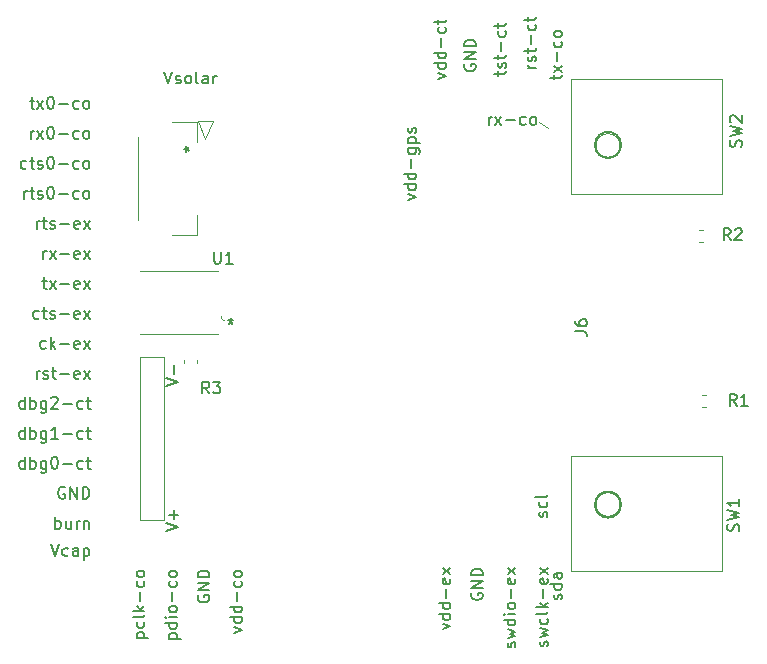
<source format=gto>
%TF.GenerationSoftware,KiCad,Pcbnew,5.1.10-88a1d61d58~88~ubuntu20.04.1*%
%TF.CreationDate,2021-08-03T13:57:49-04:00*%
%TF.ProjectId,ta-base,74612d62-6173-4652-9e6b-696361645f70,rev?*%
%TF.SameCoordinates,Original*%
%TF.FileFunction,Legend,Top*%
%TF.FilePolarity,Positive*%
%FSLAX46Y46*%
G04 Gerber Fmt 4.6, Leading zero omitted, Abs format (unit mm)*
G04 Created by KiCad (PCBNEW 5.1.10-88a1d61d58~88~ubuntu20.04.1) date 2021-08-03 13:57:49*
%MOMM*%
%LPD*%
G01*
G04 APERTURE LIST*
%ADD10C,0.120000*%
%ADD11C,0.150000*%
%ADD12C,0.200000*%
G04 APERTURE END LIST*
D10*
X145460811Y-111856733D02*
X146210811Y-112356733D01*
D11*
X146115572Y-145261494D02*
X146163191Y-145166256D01*
X146163191Y-144975780D01*
X146115572Y-144880542D01*
X146020334Y-144832923D01*
X145972715Y-144832923D01*
X145877477Y-144880542D01*
X145829858Y-144975780D01*
X145829858Y-145118637D01*
X145782239Y-145213875D01*
X145687001Y-145261494D01*
X145639382Y-145261494D01*
X145544144Y-145213875D01*
X145496525Y-145118637D01*
X145496525Y-144975780D01*
X145544144Y-144880542D01*
X146115572Y-143975780D02*
X146163191Y-144071018D01*
X146163191Y-144261494D01*
X146115572Y-144356733D01*
X146067953Y-144404352D01*
X145972715Y-144451971D01*
X145687001Y-144451971D01*
X145591763Y-144404352D01*
X145544144Y-144356733D01*
X145496525Y-144261494D01*
X145496525Y-144071018D01*
X145544144Y-143975780D01*
X146163191Y-143404352D02*
X146115572Y-143499590D01*
X146020334Y-143547209D01*
X145163191Y-143547209D01*
X147365572Y-152225780D02*
X147413191Y-152130542D01*
X147413191Y-151940066D01*
X147365572Y-151844828D01*
X147270334Y-151797209D01*
X147222715Y-151797209D01*
X147127477Y-151844828D01*
X147079858Y-151940066D01*
X147079858Y-152082923D01*
X147032239Y-152178161D01*
X146937001Y-152225780D01*
X146889382Y-152225780D01*
X146794144Y-152178161D01*
X146746525Y-152082923D01*
X146746525Y-151940066D01*
X146794144Y-151844828D01*
X147413191Y-150940066D02*
X146413191Y-150940066D01*
X147365572Y-150940066D02*
X147413191Y-151035304D01*
X147413191Y-151225780D01*
X147365572Y-151321018D01*
X147317953Y-151368637D01*
X147222715Y-151416256D01*
X146937001Y-151416256D01*
X146841763Y-151368637D01*
X146794144Y-151321018D01*
X146746525Y-151225780D01*
X146746525Y-151035304D01*
X146794144Y-150940066D01*
X147413191Y-150035304D02*
X146889382Y-150035304D01*
X146794144Y-150082923D01*
X146746525Y-150178161D01*
X146746525Y-150368637D01*
X146794144Y-150463875D01*
X147365572Y-150035304D02*
X147413191Y-150130542D01*
X147413191Y-150368637D01*
X147365572Y-150463875D01*
X147270334Y-150511494D01*
X147175096Y-150511494D01*
X147079858Y-150463875D01*
X147032239Y-150368637D01*
X147032239Y-150130542D01*
X146984620Y-150035304D01*
X141234620Y-112059113D02*
X141234620Y-111392447D01*
X141234620Y-111582923D02*
X141282239Y-111487685D01*
X141329858Y-111440066D01*
X141425096Y-111392447D01*
X141520334Y-111392447D01*
X141758430Y-112059113D02*
X142282239Y-111392447D01*
X141758430Y-111392447D02*
X142282239Y-112059113D01*
X142663191Y-111678161D02*
X143425096Y-111678161D01*
X144329858Y-112011494D02*
X144234620Y-112059113D01*
X144044144Y-112059113D01*
X143948906Y-112011494D01*
X143901287Y-111963875D01*
X143853668Y-111868637D01*
X143853668Y-111582923D01*
X143901287Y-111487685D01*
X143948906Y-111440066D01*
X144044144Y-111392447D01*
X144234620Y-111392447D01*
X144329858Y-111440066D01*
X144901287Y-112059113D02*
X144806049Y-112011494D01*
X144758430Y-111963875D01*
X144710811Y-111868637D01*
X144710811Y-111582923D01*
X144758430Y-111487685D01*
X144806049Y-111440066D01*
X144901287Y-111392447D01*
X145044144Y-111392447D01*
X145139382Y-111440066D01*
X145187001Y-111487685D01*
X145234620Y-111582923D01*
X145234620Y-111868637D01*
X145187001Y-111963875D01*
X145139382Y-112011494D01*
X145044144Y-112059113D01*
X144901287Y-112059113D01*
X146746525Y-108201971D02*
X146746525Y-107821018D01*
X146413191Y-108059113D02*
X147270334Y-108059113D01*
X147365572Y-108011494D01*
X147413191Y-107916256D01*
X147413191Y-107821018D01*
X147413191Y-107582923D02*
X146746525Y-107059113D01*
X146746525Y-107582923D02*
X147413191Y-107059113D01*
X147032239Y-106678161D02*
X147032239Y-105916256D01*
X147365572Y-105011494D02*
X147413191Y-105106733D01*
X147413191Y-105297209D01*
X147365572Y-105392447D01*
X147317953Y-105440066D01*
X147222715Y-105487685D01*
X146937001Y-105487685D01*
X146841763Y-105440066D01*
X146794144Y-105392447D01*
X146746525Y-105297209D01*
X146746525Y-105106733D01*
X146794144Y-105011494D01*
X147413191Y-104440066D02*
X147365572Y-104535304D01*
X147317953Y-104582923D01*
X147222715Y-104630542D01*
X146937001Y-104630542D01*
X146841763Y-104582923D01*
X146794144Y-104535304D01*
X146746525Y-104440066D01*
X146746525Y-104297209D01*
X146794144Y-104201971D01*
X146841763Y-104154352D01*
X146937001Y-104106733D01*
X147222715Y-104106733D01*
X147317953Y-104154352D01*
X147365572Y-104201971D01*
X147413191Y-104297209D01*
X147413191Y-104440066D01*
X145205191Y-107261971D02*
X144538525Y-107261971D01*
X144729001Y-107261971D02*
X144633763Y-107214352D01*
X144586144Y-107166733D01*
X144538525Y-107071494D01*
X144538525Y-106976256D01*
X145157572Y-106690542D02*
X145205191Y-106595304D01*
X145205191Y-106404828D01*
X145157572Y-106309590D01*
X145062334Y-106261971D01*
X145014715Y-106261971D01*
X144919477Y-106309590D01*
X144871858Y-106404828D01*
X144871858Y-106547685D01*
X144824239Y-106642923D01*
X144729001Y-106690542D01*
X144681382Y-106690542D01*
X144586144Y-106642923D01*
X144538525Y-106547685D01*
X144538525Y-106404828D01*
X144586144Y-106309590D01*
X144538525Y-105976256D02*
X144538525Y-105595304D01*
X144205191Y-105833399D02*
X145062334Y-105833399D01*
X145157572Y-105785780D01*
X145205191Y-105690542D01*
X145205191Y-105595304D01*
X144824239Y-105261971D02*
X144824239Y-104500066D01*
X145157572Y-103595304D02*
X145205191Y-103690542D01*
X145205191Y-103881018D01*
X145157572Y-103976256D01*
X145109953Y-104023875D01*
X145014715Y-104071494D01*
X144729001Y-104071494D01*
X144633763Y-104023875D01*
X144586144Y-103976256D01*
X144538525Y-103881018D01*
X144538525Y-103690542D01*
X144586144Y-103595304D01*
X144538525Y-103309590D02*
X144538525Y-102928637D01*
X144205191Y-103166733D02*
X145062334Y-103166733D01*
X145157572Y-103119113D01*
X145205191Y-103023875D01*
X145205191Y-102928637D01*
X141998525Y-107889018D02*
X141998525Y-107508066D01*
X141665191Y-107746161D02*
X142522334Y-107746161D01*
X142617572Y-107698542D01*
X142665191Y-107603304D01*
X142665191Y-107508066D01*
X142617572Y-107222352D02*
X142665191Y-107127113D01*
X142665191Y-106936637D01*
X142617572Y-106841399D01*
X142522334Y-106793780D01*
X142474715Y-106793780D01*
X142379477Y-106841399D01*
X142331858Y-106936637D01*
X142331858Y-107079494D01*
X142284239Y-107174733D01*
X142189001Y-107222352D01*
X142141382Y-107222352D01*
X142046144Y-107174733D01*
X141998525Y-107079494D01*
X141998525Y-106936637D01*
X142046144Y-106841399D01*
X141998525Y-106508066D02*
X141998525Y-106127113D01*
X141665191Y-106365209D02*
X142522334Y-106365209D01*
X142617572Y-106317590D01*
X142665191Y-106222352D01*
X142665191Y-106127113D01*
X142284239Y-105793780D02*
X142284239Y-105031875D01*
X142617572Y-104127113D02*
X142665191Y-104222352D01*
X142665191Y-104412828D01*
X142617572Y-104508066D01*
X142569953Y-104555685D01*
X142474715Y-104603304D01*
X142189001Y-104603304D01*
X142093763Y-104555685D01*
X142046144Y-104508066D01*
X141998525Y-104412828D01*
X141998525Y-104222352D01*
X142046144Y-104127113D01*
X141998525Y-103841399D02*
X141998525Y-103460447D01*
X141665191Y-103698542D02*
X142522334Y-103698542D01*
X142617572Y-103650923D01*
X142665191Y-103555685D01*
X142665191Y-103460447D01*
X139172811Y-106944637D02*
X139125191Y-107039875D01*
X139125191Y-107182733D01*
X139172811Y-107325590D01*
X139268049Y-107420828D01*
X139363287Y-107468447D01*
X139553763Y-107516066D01*
X139696620Y-107516066D01*
X139887096Y-107468447D01*
X139982334Y-107420828D01*
X140077572Y-107325590D01*
X140125191Y-107182733D01*
X140125191Y-107087494D01*
X140077572Y-106944637D01*
X140029953Y-106897018D01*
X139696620Y-106897018D01*
X139696620Y-107087494D01*
X140125191Y-106468447D02*
X139125191Y-106468447D01*
X140125191Y-105897018D01*
X139125191Y-105897018D01*
X140125191Y-105420828D02*
X139125191Y-105420828D01*
X139125191Y-105182733D01*
X139172811Y-105039875D01*
X139268049Y-104944637D01*
X139363287Y-104897018D01*
X139553763Y-104849399D01*
X139696620Y-104849399D01*
X139887096Y-104897018D01*
X139982334Y-104944637D01*
X140077572Y-105039875D01*
X140125191Y-105182733D01*
X140125191Y-105420828D01*
X136918525Y-108150923D02*
X137585191Y-107912828D01*
X136918525Y-107674733D01*
X137585191Y-106865209D02*
X136585191Y-106865209D01*
X137537572Y-106865209D02*
X137585191Y-106960447D01*
X137585191Y-107150923D01*
X137537572Y-107246161D01*
X137489953Y-107293780D01*
X137394715Y-107341399D01*
X137109001Y-107341399D01*
X137013763Y-107293780D01*
X136966144Y-107246161D01*
X136918525Y-107150923D01*
X136918525Y-106960447D01*
X136966144Y-106865209D01*
X137585191Y-105960447D02*
X136585191Y-105960447D01*
X137537572Y-105960447D02*
X137585191Y-106055685D01*
X137585191Y-106246161D01*
X137537572Y-106341399D01*
X137489953Y-106389018D01*
X137394715Y-106436637D01*
X137109001Y-106436637D01*
X137013763Y-106389018D01*
X136966144Y-106341399D01*
X136918525Y-106246161D01*
X136918525Y-106055685D01*
X136966144Y-105960447D01*
X137204239Y-105484256D02*
X137204239Y-104722352D01*
X137537572Y-103817590D02*
X137585191Y-103912828D01*
X137585191Y-104103304D01*
X137537572Y-104198542D01*
X137489953Y-104246161D01*
X137394715Y-104293780D01*
X137109001Y-104293780D01*
X137013763Y-104246161D01*
X136966144Y-104198542D01*
X136918525Y-104103304D01*
X136918525Y-103912828D01*
X136966144Y-103817590D01*
X136918525Y-103531875D02*
X136918525Y-103150923D01*
X136585191Y-103389018D02*
X137442334Y-103389018D01*
X137537572Y-103341399D01*
X137585191Y-103246161D01*
X137585191Y-103150923D01*
X134378525Y-118398161D02*
X135045191Y-118160066D01*
X134378525Y-117921971D01*
X135045191Y-117112447D02*
X134045191Y-117112447D01*
X134997572Y-117112447D02*
X135045191Y-117207685D01*
X135045191Y-117398161D01*
X134997572Y-117493399D01*
X134949953Y-117541018D01*
X134854715Y-117588637D01*
X134569001Y-117588637D01*
X134473763Y-117541018D01*
X134426144Y-117493399D01*
X134378525Y-117398161D01*
X134378525Y-117207685D01*
X134426144Y-117112447D01*
X135045191Y-116207685D02*
X134045191Y-116207685D01*
X134997572Y-116207685D02*
X135045191Y-116302923D01*
X135045191Y-116493399D01*
X134997572Y-116588637D01*
X134949953Y-116636256D01*
X134854715Y-116683875D01*
X134569001Y-116683875D01*
X134473763Y-116636256D01*
X134426144Y-116588637D01*
X134378525Y-116493399D01*
X134378525Y-116302923D01*
X134426144Y-116207685D01*
X134664239Y-115731494D02*
X134664239Y-114969590D01*
X134378525Y-114064828D02*
X135188049Y-114064828D01*
X135283287Y-114112447D01*
X135330906Y-114160066D01*
X135378525Y-114255304D01*
X135378525Y-114398161D01*
X135330906Y-114493399D01*
X134997572Y-114064828D02*
X135045191Y-114160066D01*
X135045191Y-114350542D01*
X134997572Y-114445780D01*
X134949953Y-114493399D01*
X134854715Y-114541018D01*
X134569001Y-114541018D01*
X134473763Y-114493399D01*
X134426144Y-114445780D01*
X134378525Y-114350542D01*
X134378525Y-114160066D01*
X134426144Y-114064828D01*
X134378525Y-113588637D02*
X135378525Y-113588637D01*
X134426144Y-113588637D02*
X134378525Y-113493399D01*
X134378525Y-113302923D01*
X134426144Y-113207685D01*
X134473763Y-113160066D01*
X134569001Y-113112447D01*
X134854715Y-113112447D01*
X134949953Y-113160066D01*
X134997572Y-113207685D01*
X135045191Y-113302923D01*
X135045191Y-113493399D01*
X134997572Y-113588637D01*
X134997572Y-112731494D02*
X135045191Y-112636256D01*
X135045191Y-112445780D01*
X134997572Y-112350542D01*
X134902334Y-112302923D01*
X134854715Y-112302923D01*
X134759477Y-112350542D01*
X134711858Y-112445780D01*
X134711858Y-112588637D01*
X134664239Y-112683875D01*
X134569001Y-112731494D01*
X134521382Y-112731494D01*
X134426144Y-112683875D01*
X134378525Y-112588637D01*
X134378525Y-112445780D01*
X134426144Y-112350542D01*
X113746525Y-107559113D02*
X114079858Y-108559113D01*
X114413191Y-107559113D01*
X114698906Y-108511494D02*
X114794144Y-108559113D01*
X114984620Y-108559113D01*
X115079858Y-108511494D01*
X115127477Y-108416256D01*
X115127477Y-108368637D01*
X115079858Y-108273399D01*
X114984620Y-108225780D01*
X114841763Y-108225780D01*
X114746525Y-108178161D01*
X114698906Y-108082923D01*
X114698906Y-108035304D01*
X114746525Y-107940066D01*
X114841763Y-107892447D01*
X114984620Y-107892447D01*
X115079858Y-107940066D01*
X115698906Y-108559113D02*
X115603668Y-108511494D01*
X115556049Y-108463875D01*
X115508430Y-108368637D01*
X115508430Y-108082923D01*
X115556049Y-107987685D01*
X115603668Y-107940066D01*
X115698906Y-107892447D01*
X115841763Y-107892447D01*
X115937001Y-107940066D01*
X115984620Y-107987685D01*
X116032239Y-108082923D01*
X116032239Y-108368637D01*
X115984620Y-108463875D01*
X115937001Y-108511494D01*
X115841763Y-108559113D01*
X115698906Y-108559113D01*
X116603668Y-108559113D02*
X116508430Y-108511494D01*
X116460811Y-108416256D01*
X116460811Y-107559113D01*
X117413191Y-108559113D02*
X117413191Y-108035304D01*
X117365572Y-107940066D01*
X117270334Y-107892447D01*
X117079858Y-107892447D01*
X116984620Y-107940066D01*
X117413191Y-108511494D02*
X117317953Y-108559113D01*
X117079858Y-108559113D01*
X116984620Y-108511494D01*
X116937001Y-108416256D01*
X116937001Y-108321018D01*
X116984620Y-108225780D01*
X117079858Y-108178161D01*
X117317953Y-108178161D01*
X117413191Y-108130542D01*
X117889382Y-108559113D02*
X117889382Y-107892447D01*
X117889382Y-108082923D02*
X117937001Y-107987685D01*
X117984620Y-107940066D01*
X118079858Y-107892447D01*
X118175096Y-107892447D01*
X137299525Y-154775875D02*
X137966191Y-154537779D01*
X137299525Y-154299684D01*
X137966191Y-153490160D02*
X136966191Y-153490160D01*
X137918572Y-153490160D02*
X137966191Y-153585398D01*
X137966191Y-153775875D01*
X137918572Y-153871113D01*
X137870953Y-153918732D01*
X137775715Y-153966351D01*
X137490001Y-153966351D01*
X137394763Y-153918732D01*
X137347144Y-153871113D01*
X137299525Y-153775875D01*
X137299525Y-153585398D01*
X137347144Y-153490160D01*
X137966191Y-152585398D02*
X136966191Y-152585398D01*
X137918572Y-152585398D02*
X137966191Y-152680637D01*
X137966191Y-152871113D01*
X137918572Y-152966351D01*
X137870953Y-153013970D01*
X137775715Y-153061589D01*
X137490001Y-153061589D01*
X137394763Y-153013970D01*
X137347144Y-152966351D01*
X137299525Y-152871113D01*
X137299525Y-152680637D01*
X137347144Y-152585398D01*
X137585239Y-152109208D02*
X137585239Y-151347303D01*
X137918572Y-150490160D02*
X137966191Y-150585398D01*
X137966191Y-150775875D01*
X137918572Y-150871113D01*
X137823334Y-150918732D01*
X137442382Y-150918732D01*
X137347144Y-150871113D01*
X137299525Y-150775875D01*
X137299525Y-150585398D01*
X137347144Y-150490160D01*
X137442382Y-150442541D01*
X137537620Y-150442541D01*
X137632858Y-150918732D01*
X137966191Y-150109208D02*
X137299525Y-149585398D01*
X137299525Y-150109208D02*
X137966191Y-149585398D01*
X143421904Y-156299685D02*
X143469523Y-156204447D01*
X143469523Y-156013971D01*
X143421904Y-155918732D01*
X143326666Y-155871113D01*
X143279047Y-155871113D01*
X143183809Y-155918732D01*
X143136190Y-156013971D01*
X143136190Y-156156828D01*
X143088571Y-156252066D01*
X142993333Y-156299685D01*
X142945714Y-156299685D01*
X142850476Y-156252066D01*
X142802857Y-156156828D01*
X142802857Y-156013971D01*
X142850476Y-155918732D01*
X142802857Y-155537780D02*
X143469523Y-155347304D01*
X142993333Y-155156828D01*
X143469523Y-154966352D01*
X142802857Y-154775875D01*
X143469523Y-153966352D02*
X142469523Y-153966352D01*
X143421904Y-153966352D02*
X143469523Y-154061590D01*
X143469523Y-154252066D01*
X143421904Y-154347304D01*
X143374285Y-154394923D01*
X143279047Y-154442542D01*
X142993333Y-154442542D01*
X142898095Y-154394923D01*
X142850476Y-154347304D01*
X142802857Y-154252066D01*
X142802857Y-154061590D01*
X142850476Y-153966352D01*
X143469523Y-153490161D02*
X142802857Y-153490161D01*
X142469523Y-153490161D02*
X142517143Y-153537780D01*
X142564762Y-153490161D01*
X142517143Y-153442542D01*
X142469523Y-153490161D01*
X142564762Y-153490161D01*
X143469523Y-152871113D02*
X143421904Y-152966352D01*
X143374285Y-153013971D01*
X143279047Y-153061590D01*
X142993333Y-153061590D01*
X142898095Y-153013971D01*
X142850476Y-152966352D01*
X142802857Y-152871113D01*
X142802857Y-152728256D01*
X142850476Y-152633018D01*
X142898095Y-152585399D01*
X142993333Y-152537780D01*
X143279047Y-152537780D01*
X143374285Y-152585399D01*
X143421904Y-152633018D01*
X143469523Y-152728256D01*
X143469523Y-152871113D01*
X143088571Y-152109209D02*
X143088571Y-151347304D01*
X143421904Y-150490161D02*
X143469523Y-150585399D01*
X143469523Y-150775875D01*
X143421904Y-150871113D01*
X143326666Y-150918732D01*
X142945714Y-150918732D01*
X142850476Y-150871113D01*
X142802857Y-150775875D01*
X142802857Y-150585399D01*
X142850476Y-150490161D01*
X142945714Y-150442542D01*
X143040952Y-150442542D01*
X143136190Y-150918732D01*
X143469523Y-150109209D02*
X142802857Y-149585399D01*
X142802857Y-150109209D02*
X143469523Y-149585399D01*
X139765477Y-151728256D02*
X139717857Y-151823494D01*
X139717857Y-151966352D01*
X139765477Y-152109209D01*
X139860715Y-152204447D01*
X139955953Y-152252066D01*
X140146429Y-152299685D01*
X140289286Y-152299685D01*
X140479762Y-152252066D01*
X140575000Y-152204447D01*
X140670238Y-152109209D01*
X140717857Y-151966352D01*
X140717857Y-151871113D01*
X140670238Y-151728256D01*
X140622619Y-151680637D01*
X140289286Y-151680637D01*
X140289286Y-151871113D01*
X140717857Y-151252066D02*
X139717857Y-151252066D01*
X140717857Y-150680637D01*
X139717857Y-150680637D01*
X140717857Y-150204447D02*
X139717857Y-150204447D01*
X139717857Y-149966352D01*
X139765477Y-149823494D01*
X139860715Y-149728256D01*
X139955953Y-149680637D01*
X140146429Y-149633018D01*
X140289286Y-149633018D01*
X140479762Y-149680637D01*
X140575000Y-149728256D01*
X140670238Y-149823494D01*
X140717857Y-149966352D01*
X140717857Y-150204447D01*
X146173572Y-156204447D02*
X146221191Y-156109209D01*
X146221191Y-155918733D01*
X146173572Y-155823494D01*
X146078334Y-155775875D01*
X146030715Y-155775875D01*
X145935477Y-155823494D01*
X145887858Y-155918733D01*
X145887858Y-156061590D01*
X145840239Y-156156828D01*
X145745001Y-156204447D01*
X145697382Y-156204447D01*
X145602144Y-156156828D01*
X145554525Y-156061590D01*
X145554525Y-155918733D01*
X145602144Y-155823494D01*
X145554525Y-155442542D02*
X146221191Y-155252066D01*
X145745001Y-155061590D01*
X146221191Y-154871113D01*
X145554525Y-154680637D01*
X146173572Y-153871113D02*
X146221191Y-153966352D01*
X146221191Y-154156828D01*
X146173572Y-154252066D01*
X146125953Y-154299685D01*
X146030715Y-154347304D01*
X145745001Y-154347304D01*
X145649763Y-154299685D01*
X145602144Y-154252066D01*
X145554525Y-154156828D01*
X145554525Y-153966352D01*
X145602144Y-153871113D01*
X146221191Y-153299685D02*
X146173572Y-153394923D01*
X146078334Y-153442542D01*
X145221191Y-153442542D01*
X146221191Y-152918733D02*
X145221191Y-152918733D01*
X145840239Y-152823494D02*
X146221191Y-152537780D01*
X145554525Y-152537780D02*
X145935477Y-152918733D01*
X145840239Y-152109209D02*
X145840239Y-151347304D01*
X146173572Y-150490161D02*
X146221191Y-150585399D01*
X146221191Y-150775875D01*
X146173572Y-150871113D01*
X146078334Y-150918733D01*
X145697382Y-150918733D01*
X145602144Y-150871113D01*
X145554525Y-150775875D01*
X145554525Y-150585399D01*
X145602144Y-150490161D01*
X145697382Y-150442542D01*
X145792620Y-150442542D01*
X145887858Y-150918733D01*
X146221191Y-150109209D02*
X145554525Y-149585399D01*
X145554525Y-150109209D02*
X146221191Y-149585399D01*
X119646525Y-155053590D02*
X120313191Y-154815494D01*
X119646525Y-154577399D01*
X120313191Y-153767875D02*
X119313191Y-153767875D01*
X120265572Y-153767875D02*
X120313191Y-153863113D01*
X120313191Y-154053590D01*
X120265572Y-154148828D01*
X120217953Y-154196447D01*
X120122715Y-154244066D01*
X119837001Y-154244066D01*
X119741763Y-154196447D01*
X119694144Y-154148828D01*
X119646525Y-154053590D01*
X119646525Y-153863113D01*
X119694144Y-153767875D01*
X120313191Y-152863113D02*
X119313191Y-152863113D01*
X120265572Y-152863113D02*
X120313191Y-152958352D01*
X120313191Y-153148828D01*
X120265572Y-153244066D01*
X120217953Y-153291685D01*
X120122715Y-153339304D01*
X119837001Y-153339304D01*
X119741763Y-153291685D01*
X119694144Y-153244066D01*
X119646525Y-153148828D01*
X119646525Y-152958352D01*
X119694144Y-152863113D01*
X119932239Y-152386923D02*
X119932239Y-151625018D01*
X120265572Y-150720256D02*
X120313191Y-150815494D01*
X120313191Y-151005971D01*
X120265572Y-151101209D01*
X120217953Y-151148828D01*
X120122715Y-151196447D01*
X119837001Y-151196447D01*
X119741763Y-151148828D01*
X119694144Y-151101209D01*
X119646525Y-151005971D01*
X119646525Y-150815494D01*
X119694144Y-150720256D01*
X120313191Y-150148828D02*
X120265572Y-150244066D01*
X120217953Y-150291685D01*
X120122715Y-150339304D01*
X119837001Y-150339304D01*
X119741763Y-150291685D01*
X119694144Y-150244066D01*
X119646525Y-150148828D01*
X119646525Y-150005971D01*
X119694144Y-149910733D01*
X119741763Y-149863113D01*
X119837001Y-149815494D01*
X120122715Y-149815494D01*
X120217953Y-149863113D01*
X120265572Y-149910733D01*
X120313191Y-150005971D01*
X120313191Y-150148828D01*
X116609143Y-151910732D02*
X116561523Y-152005970D01*
X116561523Y-152148828D01*
X116609143Y-152291685D01*
X116704381Y-152386923D01*
X116799619Y-152434542D01*
X116990095Y-152482161D01*
X117132952Y-152482161D01*
X117323428Y-152434542D01*
X117418666Y-152386923D01*
X117513904Y-152291685D01*
X117561523Y-152148828D01*
X117561523Y-152053589D01*
X117513904Y-151910732D01*
X117466285Y-151863113D01*
X117132952Y-151863113D01*
X117132952Y-152053589D01*
X117561523Y-151434542D02*
X116561523Y-151434542D01*
X117561523Y-150863113D01*
X116561523Y-150863113D01*
X117561523Y-150386923D02*
X116561523Y-150386923D01*
X116561523Y-150148828D01*
X116609143Y-150005970D01*
X116704381Y-149910732D01*
X116799619Y-149863113D01*
X116990095Y-149815494D01*
X117132952Y-149815494D01*
X117323428Y-149863113D01*
X117418666Y-149910732D01*
X117513904Y-150005970D01*
X117561523Y-150148828D01*
X117561523Y-150386923D01*
X114143191Y-155577398D02*
X115143191Y-155577398D01*
X114190810Y-155577398D02*
X114143191Y-155482160D01*
X114143191Y-155291684D01*
X114190810Y-155196446D01*
X114238429Y-155148827D01*
X114333667Y-155101208D01*
X114619381Y-155101208D01*
X114714619Y-155148827D01*
X114762238Y-155196446D01*
X114809857Y-155291684D01*
X114809857Y-155482160D01*
X114762238Y-155577398D01*
X114809857Y-154244065D02*
X113809857Y-154244065D01*
X114762238Y-154244065D02*
X114809857Y-154339303D01*
X114809857Y-154529779D01*
X114762238Y-154625017D01*
X114714619Y-154672636D01*
X114619381Y-154720256D01*
X114333667Y-154720256D01*
X114238429Y-154672636D01*
X114190810Y-154625017D01*
X114143191Y-154529779D01*
X114143191Y-154339303D01*
X114190810Y-154244065D01*
X114809857Y-153767875D02*
X114143191Y-153767875D01*
X113809857Y-153767875D02*
X113857477Y-153815494D01*
X113905096Y-153767875D01*
X113857477Y-153720256D01*
X113809857Y-153767875D01*
X113905096Y-153767875D01*
X114809857Y-153148827D02*
X114762238Y-153244065D01*
X114714619Y-153291684D01*
X114619381Y-153339303D01*
X114333667Y-153339303D01*
X114238429Y-153291684D01*
X114190810Y-153244065D01*
X114143191Y-153148827D01*
X114143191Y-153005970D01*
X114190810Y-152910732D01*
X114238429Y-152863113D01*
X114333667Y-152815494D01*
X114619381Y-152815494D01*
X114714619Y-152863113D01*
X114762238Y-152910732D01*
X114809857Y-153005970D01*
X114809857Y-153148827D01*
X114428905Y-152386922D02*
X114428905Y-151625017D01*
X114762238Y-150720256D02*
X114809857Y-150815494D01*
X114809857Y-151005970D01*
X114762238Y-151101208D01*
X114714619Y-151148827D01*
X114619381Y-151196446D01*
X114333667Y-151196446D01*
X114238429Y-151148827D01*
X114190810Y-151101208D01*
X114143191Y-151005970D01*
X114143191Y-150815494D01*
X114190810Y-150720256D01*
X114809857Y-150148827D02*
X114762238Y-150244065D01*
X114714619Y-150291684D01*
X114619381Y-150339303D01*
X114333667Y-150339303D01*
X114238429Y-150291684D01*
X114190810Y-150244065D01*
X114143191Y-150148827D01*
X114143191Y-150005970D01*
X114190810Y-149910732D01*
X114238429Y-149863113D01*
X114333667Y-149815494D01*
X114619381Y-149815494D01*
X114714619Y-149863113D01*
X114762238Y-149910732D01*
X114809857Y-150005970D01*
X114809857Y-150148827D01*
X111391525Y-155482160D02*
X112391525Y-155482160D01*
X111439144Y-155482160D02*
X111391525Y-155386922D01*
X111391525Y-155196446D01*
X111439144Y-155101208D01*
X111486763Y-155053589D01*
X111582001Y-155005970D01*
X111867715Y-155005970D01*
X111962953Y-155053589D01*
X112010572Y-155101208D01*
X112058191Y-155196446D01*
X112058191Y-155386922D01*
X112010572Y-155482160D01*
X112010572Y-154148827D02*
X112058191Y-154244065D01*
X112058191Y-154434541D01*
X112010572Y-154529779D01*
X111962953Y-154577398D01*
X111867715Y-154625017D01*
X111582001Y-154625017D01*
X111486763Y-154577398D01*
X111439144Y-154529779D01*
X111391525Y-154434541D01*
X111391525Y-154244065D01*
X111439144Y-154148827D01*
X112058191Y-153577398D02*
X112010572Y-153672637D01*
X111915334Y-153720256D01*
X111058191Y-153720256D01*
X112058191Y-153196446D02*
X111058191Y-153196446D01*
X111677239Y-153101208D02*
X112058191Y-152815494D01*
X111391525Y-152815494D02*
X111772477Y-153196446D01*
X111677239Y-152386922D02*
X111677239Y-151625017D01*
X112010572Y-150720256D02*
X112058191Y-150815494D01*
X112058191Y-151005970D01*
X112010572Y-151101208D01*
X111962953Y-151148827D01*
X111867715Y-151196446D01*
X111582001Y-151196446D01*
X111486763Y-151148827D01*
X111439144Y-151101208D01*
X111391525Y-151005970D01*
X111391525Y-150815494D01*
X111439144Y-150720256D01*
X112058191Y-150148827D02*
X112010572Y-150244065D01*
X111962953Y-150291684D01*
X111867715Y-150339303D01*
X111582001Y-150339303D01*
X111486763Y-150291684D01*
X111439144Y-150244065D01*
X111391525Y-150148827D01*
X111391525Y-150005970D01*
X111439144Y-149910732D01*
X111486763Y-149863113D01*
X111582001Y-149815494D01*
X111867715Y-149815494D01*
X111962953Y-149863113D01*
X112010572Y-149910732D01*
X112058191Y-150005970D01*
X112058191Y-150148827D01*
X103120811Y-128431494D02*
X103025573Y-128479113D01*
X102835096Y-128479113D01*
X102739858Y-128431494D01*
X102692239Y-128383875D01*
X102644620Y-128288637D01*
X102644620Y-128002923D01*
X102692239Y-127907685D01*
X102739858Y-127860066D01*
X102835096Y-127812447D01*
X103025573Y-127812447D01*
X103120811Y-127860066D01*
X103406525Y-127812447D02*
X103787477Y-127812447D01*
X103549382Y-127479113D02*
X103549382Y-128336256D01*
X103597001Y-128431494D01*
X103692239Y-128479113D01*
X103787477Y-128479113D01*
X104073192Y-128431494D02*
X104168430Y-128479113D01*
X104358906Y-128479113D01*
X104454144Y-128431494D01*
X104501763Y-128336256D01*
X104501763Y-128288637D01*
X104454144Y-128193399D01*
X104358906Y-128145780D01*
X104216049Y-128145780D01*
X104120811Y-128098161D01*
X104073192Y-128002923D01*
X104073192Y-127955304D01*
X104120811Y-127860066D01*
X104216049Y-127812447D01*
X104358906Y-127812447D01*
X104454144Y-127860066D01*
X104930334Y-128098161D02*
X105692239Y-128098161D01*
X106549382Y-128431494D02*
X106454144Y-128479113D01*
X106263668Y-128479113D01*
X106168430Y-128431494D01*
X106120811Y-128336256D01*
X106120811Y-127955304D01*
X106168430Y-127860066D01*
X106263668Y-127812447D01*
X106454144Y-127812447D01*
X106549382Y-127860066D01*
X106597001Y-127955304D01*
X106597001Y-128050542D01*
X106120811Y-128145780D01*
X106930334Y-128479113D02*
X107454144Y-127812447D01*
X106930334Y-127812447D02*
X107454144Y-128479113D01*
X102454145Y-113239113D02*
X102454145Y-112572447D01*
X102454145Y-112762923D02*
X102501764Y-112667685D01*
X102549383Y-112620066D01*
X102644621Y-112572447D01*
X102739859Y-112572447D01*
X102977954Y-113239113D02*
X103501764Y-112572447D01*
X102977954Y-112572447D02*
X103501764Y-113239113D01*
X104073192Y-112239113D02*
X104168430Y-112239113D01*
X104263668Y-112286733D01*
X104311287Y-112334352D01*
X104358906Y-112429590D01*
X104406526Y-112620066D01*
X104406526Y-112858161D01*
X104358906Y-113048637D01*
X104311287Y-113143875D01*
X104263668Y-113191494D01*
X104168430Y-113239113D01*
X104073192Y-113239113D01*
X103977954Y-113191494D01*
X103930335Y-113143875D01*
X103882716Y-113048637D01*
X103835097Y-112858161D01*
X103835097Y-112620066D01*
X103882716Y-112429590D01*
X103930335Y-112334352D01*
X103977954Y-112286733D01*
X104073192Y-112239113D01*
X104835097Y-112858161D02*
X105597002Y-112858161D01*
X106501764Y-113191494D02*
X106406526Y-113239113D01*
X106216049Y-113239113D01*
X106120811Y-113191494D01*
X106073192Y-113143875D01*
X106025573Y-113048637D01*
X106025573Y-112762923D01*
X106073192Y-112667685D01*
X106120811Y-112620066D01*
X106216049Y-112572447D01*
X106406526Y-112572447D01*
X106501764Y-112620066D01*
X107073192Y-113239113D02*
X106977954Y-113191494D01*
X106930335Y-113143875D01*
X106882716Y-113048637D01*
X106882716Y-112762923D01*
X106930335Y-112667685D01*
X106977954Y-112620066D01*
X107073192Y-112572447D01*
X107216049Y-112572447D01*
X107311287Y-112620066D01*
X107358906Y-112667685D01*
X107406526Y-112762923D01*
X107406526Y-113048637D01*
X107358906Y-113143875D01*
X107311287Y-113191494D01*
X107216049Y-113239113D01*
X107073192Y-113239113D01*
X102358906Y-110032447D02*
X102739858Y-110032447D01*
X102501763Y-109699113D02*
X102501763Y-110556256D01*
X102549382Y-110651494D01*
X102644620Y-110699113D01*
X102739858Y-110699113D01*
X102977954Y-110699113D02*
X103501763Y-110032447D01*
X102977954Y-110032447D02*
X103501763Y-110699113D01*
X104073192Y-109699113D02*
X104168430Y-109699113D01*
X104263668Y-109746733D01*
X104311287Y-109794352D01*
X104358906Y-109889590D01*
X104406525Y-110080066D01*
X104406525Y-110318161D01*
X104358906Y-110508637D01*
X104311287Y-110603875D01*
X104263668Y-110651494D01*
X104168430Y-110699113D01*
X104073192Y-110699113D01*
X103977954Y-110651494D01*
X103930335Y-110603875D01*
X103882715Y-110508637D01*
X103835096Y-110318161D01*
X103835096Y-110080066D01*
X103882715Y-109889590D01*
X103930335Y-109794352D01*
X103977954Y-109746733D01*
X104073192Y-109699113D01*
X104835096Y-110318161D02*
X105597001Y-110318161D01*
X106501763Y-110651494D02*
X106406525Y-110699113D01*
X106216049Y-110699113D01*
X106120811Y-110651494D01*
X106073192Y-110603875D01*
X106025573Y-110508637D01*
X106025573Y-110222923D01*
X106073192Y-110127685D01*
X106120811Y-110080066D01*
X106216049Y-110032447D01*
X106406525Y-110032447D01*
X106501763Y-110080066D01*
X107073192Y-110699113D02*
X106977954Y-110651494D01*
X106930335Y-110603875D01*
X106882715Y-110508637D01*
X106882715Y-110222923D01*
X106930335Y-110127685D01*
X106977954Y-110080066D01*
X107073192Y-110032447D01*
X107216049Y-110032447D01*
X107311287Y-110080066D01*
X107358906Y-110127685D01*
X107406525Y-110222923D01*
X107406525Y-110508637D01*
X107358906Y-110603875D01*
X107311287Y-110651494D01*
X107216049Y-110699113D01*
X107073192Y-110699113D01*
X102073192Y-115731494D02*
X101977954Y-115779113D01*
X101787478Y-115779113D01*
X101692240Y-115731494D01*
X101644621Y-115683875D01*
X101597002Y-115588637D01*
X101597002Y-115302923D01*
X101644621Y-115207685D01*
X101692240Y-115160066D01*
X101787478Y-115112447D01*
X101977954Y-115112447D01*
X102073192Y-115160066D01*
X102358906Y-115112447D02*
X102739859Y-115112447D01*
X102501764Y-114779113D02*
X102501764Y-115636256D01*
X102549383Y-115731494D01*
X102644621Y-115779113D01*
X102739859Y-115779113D01*
X103025573Y-115731494D02*
X103120811Y-115779113D01*
X103311287Y-115779113D01*
X103406525Y-115731494D01*
X103454144Y-115636256D01*
X103454144Y-115588637D01*
X103406525Y-115493399D01*
X103311287Y-115445780D01*
X103168430Y-115445780D01*
X103073192Y-115398161D01*
X103025573Y-115302923D01*
X103025573Y-115255304D01*
X103073192Y-115160066D01*
X103168430Y-115112447D01*
X103311287Y-115112447D01*
X103406525Y-115160066D01*
X104073192Y-114779113D02*
X104168430Y-114779113D01*
X104263668Y-114826733D01*
X104311287Y-114874352D01*
X104358906Y-114969590D01*
X104406525Y-115160066D01*
X104406525Y-115398161D01*
X104358906Y-115588637D01*
X104311287Y-115683875D01*
X104263668Y-115731494D01*
X104168430Y-115779113D01*
X104073192Y-115779113D01*
X103977954Y-115731494D01*
X103930335Y-115683875D01*
X103882716Y-115588637D01*
X103835097Y-115398161D01*
X103835097Y-115160066D01*
X103882716Y-114969590D01*
X103930335Y-114874352D01*
X103977954Y-114826733D01*
X104073192Y-114779113D01*
X104835097Y-115398161D02*
X105597002Y-115398161D01*
X106501764Y-115731494D02*
X106406525Y-115779113D01*
X106216049Y-115779113D01*
X106120811Y-115731494D01*
X106073192Y-115683875D01*
X106025573Y-115588637D01*
X106025573Y-115302923D01*
X106073192Y-115207685D01*
X106120811Y-115160066D01*
X106216049Y-115112447D01*
X106406525Y-115112447D01*
X106501764Y-115160066D01*
X107073192Y-115779113D02*
X106977954Y-115731494D01*
X106930335Y-115683875D01*
X106882716Y-115588637D01*
X106882716Y-115302923D01*
X106930335Y-115207685D01*
X106977954Y-115160066D01*
X107073192Y-115112447D01*
X107216049Y-115112447D01*
X107311287Y-115160066D01*
X107358906Y-115207685D01*
X107406525Y-115302923D01*
X107406525Y-115588637D01*
X107358906Y-115683875D01*
X107311287Y-115731494D01*
X107216049Y-115779113D01*
X107073192Y-115779113D01*
X101882715Y-118319113D02*
X101882715Y-117652447D01*
X101882715Y-117842923D02*
X101930334Y-117747685D01*
X101977953Y-117700066D01*
X102073191Y-117652447D01*
X102168430Y-117652447D01*
X102358906Y-117652447D02*
X102739858Y-117652447D01*
X102501763Y-117319113D02*
X102501763Y-118176256D01*
X102549382Y-118271494D01*
X102644620Y-118319113D01*
X102739858Y-118319113D01*
X103025572Y-118271494D02*
X103120811Y-118319113D01*
X103311287Y-118319113D01*
X103406525Y-118271494D01*
X103454144Y-118176256D01*
X103454144Y-118128637D01*
X103406525Y-118033399D01*
X103311287Y-117985780D01*
X103168430Y-117985780D01*
X103073191Y-117938161D01*
X103025572Y-117842923D01*
X103025572Y-117795304D01*
X103073191Y-117700066D01*
X103168430Y-117652447D01*
X103311287Y-117652447D01*
X103406525Y-117700066D01*
X104073191Y-117319113D02*
X104168430Y-117319113D01*
X104263668Y-117366733D01*
X104311287Y-117414352D01*
X104358906Y-117509590D01*
X104406525Y-117700066D01*
X104406525Y-117938161D01*
X104358906Y-118128637D01*
X104311287Y-118223875D01*
X104263668Y-118271494D01*
X104168430Y-118319113D01*
X104073191Y-118319113D01*
X103977953Y-118271494D01*
X103930334Y-118223875D01*
X103882715Y-118128637D01*
X103835096Y-117938161D01*
X103835096Y-117700066D01*
X103882715Y-117509590D01*
X103930334Y-117414352D01*
X103977953Y-117366733D01*
X104073191Y-117319113D01*
X104835096Y-117938161D02*
X105597001Y-117938161D01*
X106501763Y-118271494D02*
X106406525Y-118319113D01*
X106216049Y-118319113D01*
X106120811Y-118271494D01*
X106073191Y-118223875D01*
X106025572Y-118128637D01*
X106025572Y-117842923D01*
X106073191Y-117747685D01*
X106120811Y-117700066D01*
X106216049Y-117652447D01*
X106406525Y-117652447D01*
X106501763Y-117700066D01*
X107073191Y-118319113D02*
X106977953Y-118271494D01*
X106930334Y-118223875D01*
X106882715Y-118128637D01*
X106882715Y-117842923D01*
X106930334Y-117747685D01*
X106977953Y-117700066D01*
X107073191Y-117652447D01*
X107216049Y-117652447D01*
X107311287Y-117700066D01*
X107358906Y-117747685D01*
X107406525Y-117842923D01*
X107406525Y-118128637D01*
X107358906Y-118223875D01*
X107311287Y-118271494D01*
X107216049Y-118319113D01*
X107073191Y-118319113D01*
X102930335Y-120859113D02*
X102930335Y-120192447D01*
X102930335Y-120382923D02*
X102977954Y-120287685D01*
X103025573Y-120240066D01*
X103120811Y-120192447D01*
X103216049Y-120192447D01*
X103406525Y-120192447D02*
X103787478Y-120192447D01*
X103549382Y-119859113D02*
X103549382Y-120716256D01*
X103597001Y-120811494D01*
X103692240Y-120859113D01*
X103787478Y-120859113D01*
X104073192Y-120811494D02*
X104168430Y-120859113D01*
X104358906Y-120859113D01*
X104454144Y-120811494D01*
X104501763Y-120716256D01*
X104501763Y-120668637D01*
X104454144Y-120573399D01*
X104358906Y-120525780D01*
X104216049Y-120525780D01*
X104120811Y-120478161D01*
X104073192Y-120382923D01*
X104073192Y-120335304D01*
X104120811Y-120240066D01*
X104216049Y-120192447D01*
X104358906Y-120192447D01*
X104454144Y-120240066D01*
X104930335Y-120478161D02*
X105692240Y-120478161D01*
X106549382Y-120811494D02*
X106454144Y-120859113D01*
X106263668Y-120859113D01*
X106168430Y-120811494D01*
X106120811Y-120716256D01*
X106120811Y-120335304D01*
X106168430Y-120240066D01*
X106263668Y-120192447D01*
X106454144Y-120192447D01*
X106549382Y-120240066D01*
X106597001Y-120335304D01*
X106597001Y-120430542D01*
X106120811Y-120525780D01*
X106930335Y-120859113D02*
X107454144Y-120192447D01*
X106930335Y-120192447D02*
X107454144Y-120859113D01*
X103501763Y-123399113D02*
X103501763Y-122732447D01*
X103501763Y-122922923D02*
X103549382Y-122827685D01*
X103597001Y-122780066D01*
X103692239Y-122732447D01*
X103787477Y-122732447D01*
X104025573Y-123399113D02*
X104549382Y-122732447D01*
X104025573Y-122732447D02*
X104549382Y-123399113D01*
X104930335Y-123018161D02*
X105692239Y-123018161D01*
X106549382Y-123351494D02*
X106454144Y-123399113D01*
X106263668Y-123399113D01*
X106168430Y-123351494D01*
X106120811Y-123256256D01*
X106120811Y-122875304D01*
X106168430Y-122780066D01*
X106263668Y-122732447D01*
X106454144Y-122732447D01*
X106549382Y-122780066D01*
X106597001Y-122875304D01*
X106597001Y-122970542D01*
X106120811Y-123065780D01*
X106930335Y-123399113D02*
X107454144Y-122732447D01*
X106930335Y-122732447D02*
X107454144Y-123399113D01*
X103406525Y-125272447D02*
X103787478Y-125272447D01*
X103549383Y-124939113D02*
X103549383Y-125796256D01*
X103597002Y-125891494D01*
X103692240Y-125939113D01*
X103787478Y-125939113D01*
X104025573Y-125939113D02*
X104549383Y-125272447D01*
X104025573Y-125272447D02*
X104549383Y-125939113D01*
X104930335Y-125558161D02*
X105692240Y-125558161D01*
X106549383Y-125891494D02*
X106454145Y-125939113D01*
X106263668Y-125939113D01*
X106168430Y-125891494D01*
X106120811Y-125796256D01*
X106120811Y-125415304D01*
X106168430Y-125320066D01*
X106263668Y-125272447D01*
X106454145Y-125272447D01*
X106549383Y-125320066D01*
X106597002Y-125415304D01*
X106597002Y-125510542D01*
X106120811Y-125605780D01*
X106930335Y-125939113D02*
X107454145Y-125272447D01*
X106930335Y-125272447D02*
X107454145Y-125939113D01*
X103692239Y-130971494D02*
X103597001Y-131019113D01*
X103406525Y-131019113D01*
X103311287Y-130971494D01*
X103263667Y-130923875D01*
X103216048Y-130828637D01*
X103216048Y-130542923D01*
X103263667Y-130447685D01*
X103311287Y-130400066D01*
X103406525Y-130352447D01*
X103597001Y-130352447D01*
X103692239Y-130400066D01*
X104120810Y-131019113D02*
X104120810Y-130019113D01*
X104216048Y-130638161D02*
X104501763Y-131019113D01*
X104501763Y-130352447D02*
X104120810Y-130733399D01*
X104930334Y-130638161D02*
X105692239Y-130638161D01*
X106549382Y-130971494D02*
X106454144Y-131019113D01*
X106263667Y-131019113D01*
X106168429Y-130971494D01*
X106120810Y-130876256D01*
X106120810Y-130495304D01*
X106168429Y-130400066D01*
X106263667Y-130352447D01*
X106454144Y-130352447D01*
X106549382Y-130400066D01*
X106597001Y-130495304D01*
X106597001Y-130590542D01*
X106120810Y-130685780D01*
X106930334Y-131019113D02*
X107454144Y-130352447D01*
X106930334Y-130352447D02*
X107454144Y-131019113D01*
X102930335Y-133559113D02*
X102930335Y-132892447D01*
X102930335Y-133082923D02*
X102977954Y-132987685D01*
X103025573Y-132940066D01*
X103120811Y-132892447D01*
X103216049Y-132892447D01*
X103501763Y-133511494D02*
X103597001Y-133559113D01*
X103787478Y-133559113D01*
X103882716Y-133511494D01*
X103930335Y-133416256D01*
X103930335Y-133368637D01*
X103882716Y-133273399D01*
X103787478Y-133225780D01*
X103644621Y-133225780D01*
X103549382Y-133178161D01*
X103501763Y-133082923D01*
X103501763Y-133035304D01*
X103549382Y-132940066D01*
X103644621Y-132892447D01*
X103787478Y-132892447D01*
X103882716Y-132940066D01*
X104216049Y-132892447D02*
X104597001Y-132892447D01*
X104358906Y-132559113D02*
X104358906Y-133416256D01*
X104406525Y-133511494D01*
X104501763Y-133559113D01*
X104597001Y-133559113D01*
X104930335Y-133178161D02*
X105692240Y-133178161D01*
X106549382Y-133511494D02*
X106454144Y-133559113D01*
X106263668Y-133559113D01*
X106168430Y-133511494D01*
X106120811Y-133416256D01*
X106120811Y-133035304D01*
X106168430Y-132940066D01*
X106263668Y-132892447D01*
X106454144Y-132892447D01*
X106549382Y-132940066D01*
X106597001Y-133035304D01*
X106597001Y-133130542D01*
X106120811Y-133225780D01*
X106930335Y-133559113D02*
X107454144Y-132892447D01*
X106930335Y-132892447D02*
X107454144Y-133559113D01*
X101930335Y-136099113D02*
X101930335Y-135099113D01*
X101930335Y-136051494D02*
X101835096Y-136099113D01*
X101644620Y-136099113D01*
X101549382Y-136051494D01*
X101501763Y-136003875D01*
X101454144Y-135908637D01*
X101454144Y-135622923D01*
X101501763Y-135527685D01*
X101549382Y-135480066D01*
X101644620Y-135432447D01*
X101835096Y-135432447D01*
X101930335Y-135480066D01*
X102406525Y-136099113D02*
X102406525Y-135099113D01*
X102406525Y-135480066D02*
X102501763Y-135432447D01*
X102692239Y-135432447D01*
X102787477Y-135480066D01*
X102835096Y-135527685D01*
X102882715Y-135622923D01*
X102882715Y-135908637D01*
X102835096Y-136003875D01*
X102787477Y-136051494D01*
X102692239Y-136099113D01*
X102501763Y-136099113D01*
X102406525Y-136051494D01*
X103739858Y-135432447D02*
X103739858Y-136241971D01*
X103692239Y-136337209D01*
X103644620Y-136384828D01*
X103549382Y-136432447D01*
X103406525Y-136432447D01*
X103311287Y-136384828D01*
X103739858Y-136051494D02*
X103644620Y-136099113D01*
X103454144Y-136099113D01*
X103358906Y-136051494D01*
X103311287Y-136003875D01*
X103263668Y-135908637D01*
X103263668Y-135622923D01*
X103311287Y-135527685D01*
X103358906Y-135480066D01*
X103454144Y-135432447D01*
X103644620Y-135432447D01*
X103739858Y-135480066D01*
X104168430Y-135194352D02*
X104216049Y-135146733D01*
X104311287Y-135099113D01*
X104549382Y-135099113D01*
X104644620Y-135146733D01*
X104692239Y-135194352D01*
X104739858Y-135289590D01*
X104739858Y-135384828D01*
X104692239Y-135527685D01*
X104120811Y-136099113D01*
X104739858Y-136099113D01*
X105168430Y-135718161D02*
X105930335Y-135718161D01*
X106835096Y-136051494D02*
X106739858Y-136099113D01*
X106549382Y-136099113D01*
X106454144Y-136051494D01*
X106406525Y-136003875D01*
X106358906Y-135908637D01*
X106358906Y-135622923D01*
X106406525Y-135527685D01*
X106454144Y-135480066D01*
X106549382Y-135432447D01*
X106739858Y-135432447D01*
X106835096Y-135480066D01*
X107120811Y-135432447D02*
X107501763Y-135432447D01*
X107263668Y-135099113D02*
X107263668Y-135956256D01*
X107311287Y-136051494D01*
X107406525Y-136099113D01*
X107501763Y-136099113D01*
X101930335Y-138639113D02*
X101930335Y-137639113D01*
X101930335Y-138591494D02*
X101835096Y-138639113D01*
X101644620Y-138639113D01*
X101549382Y-138591494D01*
X101501763Y-138543875D01*
X101454144Y-138448637D01*
X101454144Y-138162923D01*
X101501763Y-138067685D01*
X101549382Y-138020066D01*
X101644620Y-137972447D01*
X101835096Y-137972447D01*
X101930335Y-138020066D01*
X102406525Y-138639113D02*
X102406525Y-137639113D01*
X102406525Y-138020066D02*
X102501763Y-137972447D01*
X102692239Y-137972447D01*
X102787477Y-138020066D01*
X102835096Y-138067685D01*
X102882715Y-138162923D01*
X102882715Y-138448637D01*
X102835096Y-138543875D01*
X102787477Y-138591494D01*
X102692239Y-138639113D01*
X102501763Y-138639113D01*
X102406525Y-138591494D01*
X103739858Y-137972447D02*
X103739858Y-138781971D01*
X103692239Y-138877209D01*
X103644620Y-138924828D01*
X103549382Y-138972447D01*
X103406525Y-138972447D01*
X103311287Y-138924828D01*
X103739858Y-138591494D02*
X103644620Y-138639113D01*
X103454144Y-138639113D01*
X103358906Y-138591494D01*
X103311287Y-138543875D01*
X103263668Y-138448637D01*
X103263668Y-138162923D01*
X103311287Y-138067685D01*
X103358906Y-138020066D01*
X103454144Y-137972447D01*
X103644620Y-137972447D01*
X103739858Y-138020066D01*
X104739858Y-138639113D02*
X104168430Y-138639113D01*
X104454144Y-138639113D02*
X104454144Y-137639113D01*
X104358906Y-137781971D01*
X104263668Y-137877209D01*
X104168430Y-137924828D01*
X105168430Y-138258161D02*
X105930335Y-138258161D01*
X106835096Y-138591494D02*
X106739858Y-138639113D01*
X106549382Y-138639113D01*
X106454144Y-138591494D01*
X106406525Y-138543875D01*
X106358906Y-138448637D01*
X106358906Y-138162923D01*
X106406525Y-138067685D01*
X106454144Y-138020066D01*
X106549382Y-137972447D01*
X106739858Y-137972447D01*
X106835096Y-138020066D01*
X107120811Y-137972447D02*
X107501763Y-137972447D01*
X107263668Y-137639113D02*
X107263668Y-138496256D01*
X107311287Y-138591494D01*
X107406525Y-138639113D01*
X107501763Y-138639113D01*
X101930335Y-141179113D02*
X101930335Y-140179113D01*
X101930335Y-141131494D02*
X101835096Y-141179113D01*
X101644620Y-141179113D01*
X101549382Y-141131494D01*
X101501763Y-141083875D01*
X101454144Y-140988637D01*
X101454144Y-140702923D01*
X101501763Y-140607685D01*
X101549382Y-140560066D01*
X101644620Y-140512447D01*
X101835096Y-140512447D01*
X101930335Y-140560066D01*
X102406525Y-141179113D02*
X102406525Y-140179113D01*
X102406525Y-140560066D02*
X102501763Y-140512447D01*
X102692239Y-140512447D01*
X102787477Y-140560066D01*
X102835096Y-140607685D01*
X102882715Y-140702923D01*
X102882715Y-140988637D01*
X102835096Y-141083875D01*
X102787477Y-141131494D01*
X102692239Y-141179113D01*
X102501763Y-141179113D01*
X102406525Y-141131494D01*
X103739858Y-140512447D02*
X103739858Y-141321971D01*
X103692239Y-141417209D01*
X103644620Y-141464828D01*
X103549382Y-141512447D01*
X103406525Y-141512447D01*
X103311287Y-141464828D01*
X103739858Y-141131494D02*
X103644620Y-141179113D01*
X103454144Y-141179113D01*
X103358906Y-141131494D01*
X103311287Y-141083875D01*
X103263668Y-140988637D01*
X103263668Y-140702923D01*
X103311287Y-140607685D01*
X103358906Y-140560066D01*
X103454144Y-140512447D01*
X103644620Y-140512447D01*
X103739858Y-140560066D01*
X104406525Y-140179113D02*
X104501763Y-140179113D01*
X104597001Y-140226733D01*
X104644620Y-140274352D01*
X104692239Y-140369590D01*
X104739858Y-140560066D01*
X104739858Y-140798161D01*
X104692239Y-140988637D01*
X104644620Y-141083875D01*
X104597001Y-141131494D01*
X104501763Y-141179113D01*
X104406525Y-141179113D01*
X104311287Y-141131494D01*
X104263668Y-141083875D01*
X104216049Y-140988637D01*
X104168430Y-140798161D01*
X104168430Y-140560066D01*
X104216049Y-140369590D01*
X104263668Y-140274352D01*
X104311287Y-140226733D01*
X104406525Y-140179113D01*
X105168430Y-140798161D02*
X105930335Y-140798161D01*
X106835096Y-141131494D02*
X106739858Y-141179113D01*
X106549382Y-141179113D01*
X106454144Y-141131494D01*
X106406525Y-141083875D01*
X106358906Y-140988637D01*
X106358906Y-140702923D01*
X106406525Y-140607685D01*
X106454144Y-140560066D01*
X106549382Y-140512447D01*
X106739858Y-140512447D01*
X106835096Y-140560066D01*
X107120811Y-140512447D02*
X107501763Y-140512447D01*
X107263668Y-140179113D02*
X107263668Y-141036256D01*
X107311287Y-141131494D01*
X107406525Y-141179113D01*
X107501763Y-141179113D01*
X105311287Y-142766733D02*
X105216049Y-142719113D01*
X105073192Y-142719113D01*
X104930334Y-142766733D01*
X104835096Y-142861971D01*
X104787477Y-142957209D01*
X104739858Y-143147685D01*
X104739858Y-143290542D01*
X104787477Y-143481018D01*
X104835096Y-143576256D01*
X104930334Y-143671494D01*
X105073192Y-143719113D01*
X105168430Y-143719113D01*
X105311287Y-143671494D01*
X105358906Y-143623875D01*
X105358906Y-143290542D01*
X105168430Y-143290542D01*
X105787477Y-143719113D02*
X105787477Y-142719113D01*
X106358906Y-143719113D01*
X106358906Y-142719113D01*
X106835096Y-143719113D02*
X106835096Y-142719113D01*
X107073192Y-142719113D01*
X107216049Y-142766733D01*
X107311287Y-142861971D01*
X107358906Y-142957209D01*
X107406525Y-143147685D01*
X107406525Y-143290542D01*
X107358906Y-143481018D01*
X107311287Y-143576256D01*
X107216049Y-143671494D01*
X107073192Y-143719113D01*
X106835096Y-143719113D01*
X104501763Y-146259113D02*
X104501763Y-145259113D01*
X104501763Y-145640066D02*
X104597001Y-145592447D01*
X104787477Y-145592447D01*
X104882715Y-145640066D01*
X104930335Y-145687685D01*
X104977954Y-145782923D01*
X104977954Y-146068637D01*
X104930335Y-146163875D01*
X104882715Y-146211494D01*
X104787477Y-146259113D01*
X104597001Y-146259113D01*
X104501763Y-146211494D01*
X105835096Y-145592447D02*
X105835096Y-146259113D01*
X105406525Y-145592447D02*
X105406525Y-146116256D01*
X105454144Y-146211494D01*
X105549382Y-146259113D01*
X105692239Y-146259113D01*
X105787477Y-146211494D01*
X105835096Y-146163875D01*
X106311287Y-146259113D02*
X106311287Y-145592447D01*
X106311287Y-145782923D02*
X106358906Y-145687685D01*
X106406525Y-145640066D01*
X106501763Y-145592447D01*
X106597001Y-145592447D01*
X106930335Y-145592447D02*
X106930335Y-146259113D01*
X106930335Y-145687685D02*
X106977954Y-145640066D01*
X107073192Y-145592447D01*
X107216049Y-145592447D01*
X107311287Y-145640066D01*
X107358906Y-145735304D01*
X107358906Y-146259113D01*
X104168430Y-147559113D02*
X104501763Y-148559113D01*
X104835097Y-147559113D01*
X105597001Y-148511494D02*
X105501763Y-148559113D01*
X105311287Y-148559113D01*
X105216049Y-148511494D01*
X105168430Y-148463875D01*
X105120811Y-148368637D01*
X105120811Y-148082923D01*
X105168430Y-147987685D01*
X105216049Y-147940066D01*
X105311287Y-147892447D01*
X105501763Y-147892447D01*
X105597001Y-147940066D01*
X106454144Y-148559113D02*
X106454144Y-148035304D01*
X106406525Y-147940066D01*
X106311287Y-147892447D01*
X106120811Y-147892447D01*
X106025573Y-147940066D01*
X106454144Y-148511494D02*
X106358906Y-148559113D01*
X106120811Y-148559113D01*
X106025573Y-148511494D01*
X105977954Y-148416256D01*
X105977954Y-148321018D01*
X106025573Y-148225780D01*
X106120811Y-148178161D01*
X106358906Y-148178161D01*
X106454144Y-148130542D01*
X106930335Y-147892447D02*
X106930335Y-148892447D01*
X106930335Y-147940066D02*
X107025573Y-147892447D01*
X107216049Y-147892447D01*
X107311287Y-147940066D01*
X107358906Y-147987685D01*
X107406525Y-148082923D01*
X107406525Y-148368637D01*
X107358906Y-148463875D01*
X107311287Y-148511494D01*
X107216049Y-148559113D01*
X107025573Y-148559113D01*
X106930335Y-148511494D01*
D12*
X152412900Y-113766800D02*
G75*
G03*
X152412900Y-113766800I-1104900J0D01*
G01*
X152412900Y-144221400D02*
G75*
G03*
X152412900Y-144221400I-1104900J0D01*
G01*
D10*
%TO.C,J7*%
X116510811Y-113486693D02*
X116510811Y-111806743D01*
X111510811Y-113076774D02*
X111510811Y-120136692D01*
X116510811Y-111806743D02*
X114430857Y-111806743D01*
X116510811Y-121406724D02*
X116510811Y-119726773D01*
X114430857Y-121406724D02*
X116510811Y-121406724D01*
X117845811Y-111778743D02*
X117210811Y-113302743D01*
X116575811Y-111778743D02*
X117845811Y-111778743D01*
X117210811Y-113302743D02*
X116575811Y-111778743D01*
%TO.C,SW2*%
X152310811Y-113806733D02*
G75*
G03*
X152310811Y-113806733I-1000000J0D01*
G01*
X148160811Y-108156733D02*
X148160811Y-117906733D01*
X148160811Y-117906733D02*
X160960811Y-117906733D01*
X160960811Y-108156733D02*
X148160811Y-108156733D01*
X160960811Y-117906733D02*
X160960811Y-108156733D01*
%TO.C,R1*%
X159623590Y-134896733D02*
X159298032Y-134896733D01*
X159623590Y-135916733D02*
X159298032Y-135916733D01*
%TO.C,R2*%
X159323590Y-120996733D02*
X158998032Y-120996733D01*
X159323590Y-122016733D02*
X158998032Y-122016733D01*
%TO.C,R3*%
X115450811Y-131943954D02*
X115450811Y-132269512D01*
X116470811Y-131943954D02*
X116470811Y-132269512D01*
%TO.C,SW1*%
X152310811Y-144206733D02*
G75*
G03*
X152310811Y-144206733I-1000000J0D01*
G01*
X160960811Y-140106733D02*
X148160811Y-140106733D01*
X160960811Y-149856733D02*
X160960811Y-140106733D01*
X148160811Y-149856733D02*
X160960811Y-149856733D01*
X148160811Y-140106733D02*
X148160811Y-149856733D01*
%TO.C,U1*%
X118262811Y-124452433D02*
X111658811Y-124452433D01*
X111658811Y-129761033D02*
X118262811Y-129761033D01*
X118540200Y-128150297D02*
G75*
G03*
X118897811Y-128662733I357611J-131436D01*
G01*
%TO.C,U2*%
X111710811Y-131756733D02*
X113710811Y-131756733D01*
X111710811Y-145506733D02*
X111710811Y-131756733D01*
X113710811Y-145506733D02*
X111710811Y-145506733D01*
X113710811Y-131756733D02*
X113710811Y-145506733D01*
%TO.C,J7*%
D11*
X115413191Y-114106733D02*
X115651287Y-114106733D01*
X115556049Y-114344828D02*
X115651287Y-114106733D01*
X115556049Y-113868637D01*
X115841763Y-114249590D02*
X115651287Y-114106733D01*
X115841763Y-113963875D01*
%TO.C,SW2*%
X162565572Y-113940066D02*
X162613191Y-113797209D01*
X162613191Y-113559113D01*
X162565572Y-113463875D01*
X162517953Y-113416256D01*
X162422715Y-113368637D01*
X162327477Y-113368637D01*
X162232239Y-113416256D01*
X162184620Y-113463875D01*
X162137001Y-113559113D01*
X162089382Y-113749590D01*
X162041763Y-113844828D01*
X161994144Y-113892447D01*
X161898906Y-113940066D01*
X161803668Y-113940066D01*
X161708430Y-113892447D01*
X161660811Y-113844828D01*
X161613191Y-113749590D01*
X161613191Y-113511494D01*
X161660811Y-113368637D01*
X161613191Y-113035304D02*
X162613191Y-112797209D01*
X161898906Y-112606733D01*
X162613191Y-112416256D01*
X161613191Y-112178161D01*
X161708430Y-111844828D02*
X161660811Y-111797209D01*
X161613191Y-111701971D01*
X161613191Y-111463875D01*
X161660811Y-111368637D01*
X161708430Y-111321018D01*
X161803668Y-111273399D01*
X161898906Y-111273399D01*
X162041763Y-111321018D01*
X162613191Y-111892447D01*
X162613191Y-111273399D01*
%TO.C,R1*%
X162189644Y-135859113D02*
X161856311Y-135382923D01*
X161618215Y-135859113D02*
X161618215Y-134859113D01*
X161999168Y-134859113D01*
X162094406Y-134906733D01*
X162142025Y-134954352D01*
X162189644Y-135049590D01*
X162189644Y-135192447D01*
X162142025Y-135287685D01*
X162094406Y-135335304D01*
X161999168Y-135382923D01*
X161618215Y-135382923D01*
X163142025Y-135859113D02*
X162570596Y-135859113D01*
X162856311Y-135859113D02*
X162856311Y-134859113D01*
X162761072Y-135001971D01*
X162665834Y-135097209D01*
X162570596Y-135144828D01*
%TO.C,R2*%
X161686644Y-121832113D02*
X161353311Y-121355923D01*
X161115215Y-121832113D02*
X161115215Y-120832113D01*
X161496168Y-120832113D01*
X161591406Y-120879733D01*
X161639025Y-120927352D01*
X161686644Y-121022590D01*
X161686644Y-121165447D01*
X161639025Y-121260685D01*
X161591406Y-121308304D01*
X161496168Y-121355923D01*
X161115215Y-121355923D01*
X162067596Y-120927352D02*
X162115215Y-120879733D01*
X162210453Y-120832113D01*
X162448549Y-120832113D01*
X162543787Y-120879733D01*
X162591406Y-120927352D01*
X162639025Y-121022590D01*
X162639025Y-121117828D01*
X162591406Y-121260685D01*
X162019977Y-121832113D01*
X162639025Y-121832113D01*
%TO.C,R3*%
X117544144Y-134809113D02*
X117210811Y-134332923D01*
X116972715Y-134809113D02*
X116972715Y-133809113D01*
X117353668Y-133809113D01*
X117448906Y-133856733D01*
X117496525Y-133904352D01*
X117544144Y-133999590D01*
X117544144Y-134142447D01*
X117496525Y-134237685D01*
X117448906Y-134285304D01*
X117353668Y-134332923D01*
X116972715Y-134332923D01*
X117877477Y-133809113D02*
X118496525Y-133809113D01*
X118163191Y-134190066D01*
X118306049Y-134190066D01*
X118401287Y-134237685D01*
X118448906Y-134285304D01*
X118496525Y-134380542D01*
X118496525Y-134618637D01*
X118448906Y-134713875D01*
X118401287Y-134761494D01*
X118306049Y-134809113D01*
X118020334Y-134809113D01*
X117925096Y-134761494D01*
X117877477Y-134713875D01*
%TO.C,SW1*%
X162365572Y-146440066D02*
X162413191Y-146297209D01*
X162413191Y-146059113D01*
X162365572Y-145963875D01*
X162317953Y-145916256D01*
X162222715Y-145868637D01*
X162127477Y-145868637D01*
X162032239Y-145916256D01*
X161984620Y-145963875D01*
X161937001Y-146059113D01*
X161889382Y-146249590D01*
X161841763Y-146344828D01*
X161794144Y-146392447D01*
X161698906Y-146440066D01*
X161603668Y-146440066D01*
X161508430Y-146392447D01*
X161460811Y-146344828D01*
X161413191Y-146249590D01*
X161413191Y-146011494D01*
X161460811Y-145868637D01*
X161413191Y-145535304D02*
X162413191Y-145297209D01*
X161698906Y-145106733D01*
X162413191Y-144916256D01*
X161413191Y-144678161D01*
X162413191Y-143773399D02*
X162413191Y-144344828D01*
X162413191Y-144059113D02*
X161413191Y-144059113D01*
X161556049Y-144154352D01*
X161651287Y-144249590D01*
X161698906Y-144344828D01*
%TO.C,U1*%
X117948906Y-122809113D02*
X117948906Y-123618637D01*
X117996525Y-123713875D01*
X118044144Y-123761494D01*
X118139382Y-123809113D01*
X118329858Y-123809113D01*
X118425096Y-123761494D01*
X118472715Y-123713875D01*
X118520334Y-123618637D01*
X118520334Y-122809113D01*
X119520334Y-123809113D02*
X118948906Y-123809113D01*
X119234620Y-123809113D02*
X119234620Y-122809113D01*
X119139382Y-122951971D01*
X119044144Y-123047209D01*
X118948906Y-123094828D01*
X119360811Y-128459113D02*
X119360811Y-128697209D01*
X119122715Y-128601971D02*
X119360811Y-128697209D01*
X119598906Y-128601971D01*
X119217953Y-128887685D02*
X119360811Y-128697209D01*
X119503668Y-128887685D01*
%TO.C,U2*%
X113913191Y-134159113D02*
X114913191Y-133825780D01*
X113913191Y-133492447D01*
X114532239Y-133159113D02*
X114532239Y-132397209D01*
X113913191Y-146459113D02*
X114913191Y-146125780D01*
X113913191Y-145792447D01*
X114532239Y-145459113D02*
X114532239Y-144697209D01*
X114913191Y-145078161D02*
X114151287Y-145078161D01*
%TO.C,J6*%
X148513191Y-129540066D02*
X149227477Y-129540066D01*
X149370334Y-129587685D01*
X149465572Y-129682923D01*
X149513191Y-129825780D01*
X149513191Y-129921018D01*
X148513191Y-128635304D02*
X148513191Y-128825780D01*
X148560811Y-128921018D01*
X148608430Y-128968637D01*
X148751287Y-129063875D01*
X148941763Y-129111494D01*
X149322715Y-129111494D01*
X149417953Y-129063875D01*
X149465572Y-129016256D01*
X149513191Y-128921018D01*
X149513191Y-128730542D01*
X149465572Y-128635304D01*
X149417953Y-128587685D01*
X149322715Y-128540066D01*
X149084620Y-128540066D01*
X148989382Y-128587685D01*
X148941763Y-128635304D01*
X148894144Y-128730542D01*
X148894144Y-128921018D01*
X148941763Y-129016256D01*
X148989382Y-129063875D01*
X149084620Y-129111494D01*
%TD*%
M02*

</source>
